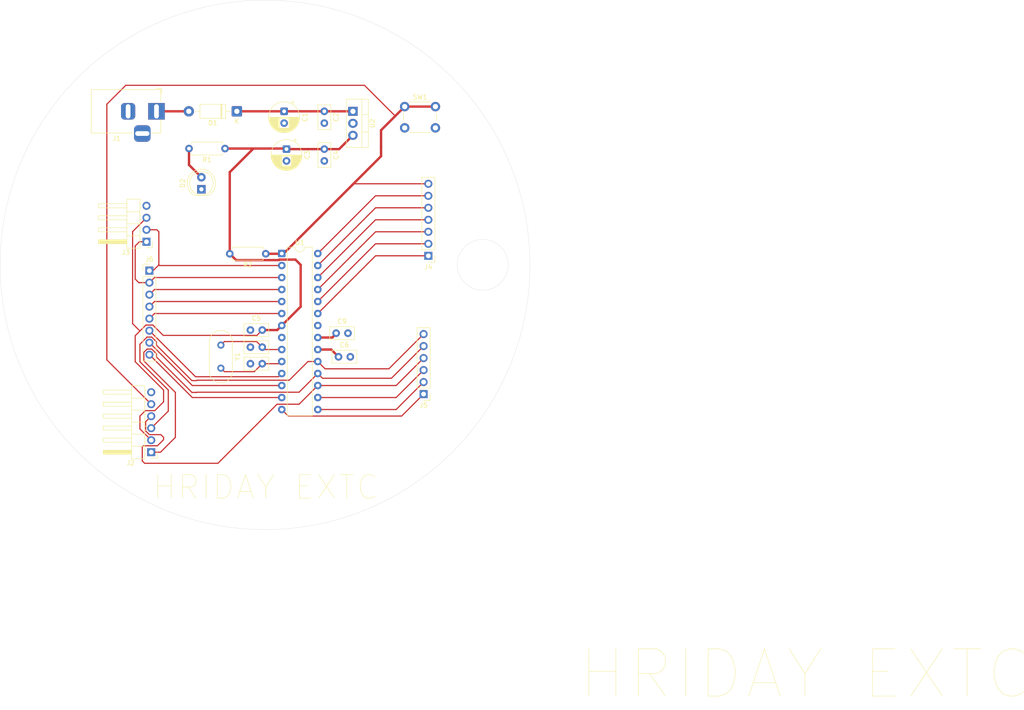
<source format=kicad_pcb>
(kicad_pcb (version 20241229) (generator "pcbnew") (generator_version "9.0")
  (layers (0 "F.Cu" signal) (2 "B.Cu" signal) (13 "F.Paste" user) (15 "B.Paste" user) (5 "F.SilkS" user "F.Silkscreen") (7 "B.SilkS" user "B.Silkscreen") (1 "F.Mask" user) (3 "B.Mask" user) (25 "Edge.Cuts" user))
  (net 0 "")
  (net 1 "Net-(D1-K)")
  (net 2 "GND")
  (net 3 "+5V")
  (net 4 "XTAL1")
  (net 5 "XTAL2")
  (net 6 "Net-(U1-AREF)")
  (net 7 "VIN")
  (net 8 "Net-(D2-A)")
  (net 9 "RESET")
  (net 10 "MISO")
  (net 11 "SCK")
  (net 12 "MOSI")
  (net 13 "TX")
  (net 14 "RX")
  (net 15 "ADC2")
  (net 16 "ADC1")
  (net 17 "SDA")
  (net 18 "SCL")
  (net 19 "ADC0")
  (net 20 "ADC3")
  (net 21 "PIN PB0")
  (net 22 "PIN PB1")
  (net 23 "PIN PB2")
  (net 24 "T0")
  (net 25 "PWM1")
  (net 26 "PWM2")
  (net 27 "INT0")
  (net 28 "PIN PD7")
  (net 29 "PWM0")
  (footprint "Connector_PinHeader_2.54mm:PinHeader_1x06_P2.54mm_Vertical" (layer "F.Cu") (at 147 114.35 180)
    (property "Reference" "J5" (at 0 -2.38 0) (layer "F.SilkS"))
    (property "Value" "PORT B")
    (pad "1" thru_hole rect (at 0 0 180) (size 1.7 1.7) (drill 1) (layers "*.Cu" "*.Mask") (net 21 "PIN PB0"))
    (pad "2" thru_hole circle (at 0 2.54 180) (size 1.7 1.7) (drill 1) (layers "*.Cu" "*.Mask") (net 22 "PIN PB1"))
    (pad "3" thru_hole circle (at 0 5.08 180) (size 1.7 1.7) (drill 1) (layers "*.Cu" "*.Mask") (net 23 "PIN PB2"))
    (pad "4" thru_hole circle (at 0 7.62 180) (size 1.7 1.7) (drill 1) (layers "*.Cu" "*.Mask") (net 12 "MOSI"))
    (pad "5" thru_hole circle (at 0 10.16 180) (size 1.7 1.7) (drill 1) (layers "*.Cu" "*.Mask") (net 10 "MISO"))
    (pad "6" thru_hole circle (at 0 12.7 180) (size 1.7 1.7) (drill 1) (layers "*.Cu" "*.Mask") (net 11 "SCK"))
  )
  (footprint "Capacitor_THT:CP_Radial_D6.3mm_P2.50mm" (layer "F.Cu") (at 118 62.5 -90)
    (property "Reference" "C3" (at 1.25 -4.4 90) (layer "F.SilkS"))
    (property "Value" "10uF")
    (pad "1" thru_hole roundrect (at 0 0 270) (size 1.6 1.6) (drill 0.8) (layers "*.Cu" "*.Mask") (roundrect_rratio 0.15625) (net 3 "+5V"))
    (pad "2" thru_hole circle (at 2.5 0 270) (size 1.6 1.6) (drill 0.8) (layers "*.Cu" "*.Mask") (net 2 "GND"))
  )
  (footprint "Connector_PinHeader_2.54mm:PinHeader_1x08_P2.54mm_Vertical" (layer "F.Cu") (at 89 88.22)
    (property "Reference" "J6" (at 0 -2.38 0) (layer "F.SilkS"))
    (property "Value" "PORT D")
    (pad "1" thru_hole rect (at 0 0) (size 1.7 1.7) (drill 1) (layers "*.Cu" "*.Mask") (net 14 "RX"))
    (pad "2" thru_hole circle (at 0 2.54) (size 1.7 1.7) (drill 1) (layers "*.Cu" "*.Mask") (net 13 "TX"))
    (pad "3" thru_hole circle (at 0 5.08) (size 1.7 1.7) (drill 1) (layers "*.Cu" "*.Mask") (net 27 "INT0"))
    (pad "4" thru_hole circle (at 0 7.62) (size 1.7 1.7) (drill 1) (layers "*.Cu" "*.Mask") (net 29 "PWM0"))
    (pad "5" thru_hole circle (at 0 10.16) (size 1.7 1.7) (drill 1) (layers "*.Cu" "*.Mask") (net 24 "T0"))
    (pad "6" thru_hole circle (at 0 12.7) (size 1.7 1.7) (drill 1) (layers "*.Cu" "*.Mask") (net 25 "PWM1"))
    (pad "7" thru_hole circle (at 0 15.24) (size 1.7 1.7) (drill 1) (layers "*.Cu" "*.Mask") (net 26 "PWM2"))
    (pad "8" thru_hole circle (at 0 17.78) (size 1.7 1.7) (drill 1) (layers "*.Cu" "*.Mask") (net 28 "PIN PD7"))
  )
  (footprint "Diode_THT:D_DO-41_SOD81_P10.16mm_Horizontal" (layer "F.Cu") (at 107.5 54.5 180)
    (property "Reference" "D1" (at 5.08 -2.47 0) (layer "F.SilkS"))
    (property "Value" "1N4007")
    (fp_text user "K" (at 0 -2.1 0) (layer "F.SilkS"))
    (pad "1" thru_hole roundrect (at 0 0 180) (size 2.2 2.2) (drill 1.1) (layers "*.Cu" "*.Mask") (roundrect_rratio 0.113636) (net 1 "Net-(D1-K)"))
    (pad "2" thru_hole circle (at 10.16 0 180) (size 2.2 2.2) (drill 1.1) (layers "*.Cu" "*.Mask") (net 7 "VIN"))
  )
  (footprint "Connector_PinHeader_2.54mm:PinHeader_1x06_P2.54mm_Horizontal" (layer "F.Cu") (at 89.385 126.65 180)
    (property "Reference" "J2" (at 4.385 -2.27 0) (layer "F.SilkS"))
    (property "Value" "AVR-ISP-6")
    (pad "1" thru_hole rect (at 0 0 180) (size 1.7 1.7) (drill 1) (layers "*.Cu" "*.Mask") (net 10 "MISO"))
    (pad "2" thru_hole circle (at 0 2.54 180) (size 1.7 1.7) (drill 1) (layers "*.Cu" "*.Mask") (net 3 "+5V"))
    (pad "3" thru_hole circle (at 0 5.08 180) (size 1.7 1.7) (drill 1) (layers "*.Cu" "*.Mask") (net 11 "SCK"))
    (pad "4" thru_hole circle (at 0 7.62 180) (size 1.7 1.7) (drill 1) (layers "*.Cu" "*.Mask") (net 12 "MOSI"))
    (pad "5" thru_hole circle (at 0 10.16 180) (size 1.7 1.7) (drill 1) (layers "*.Cu" "*.Mask") (net 9 "RESET"))
    (pad "6" thru_hole circle (at 0 12.7 180) (size 1.7 1.7) (drill 1) (layers "*.Cu" "*.Mask") (net 2 "GND"))
  )
  (footprint "Capacitor_THT:C_Disc_D5.0mm_W2.5mm_P2.50mm" (layer "F.Cu") (at 110.37 100.8)
    (property "Reference" "C5" (at 1.25 -2.5 0) (layer "F.SilkS"))
    (property "Value" "100nF")
    (pad "1" thru_hole circle (at 0 0) (size 1.6 1.6) (drill 0.8) (layers "*.Cu" "*.Mask") (net 2 "GND"))
    (pad "2" thru_hole circle (at 2.5 0) (size 1.6 1.6) (drill 0.8) (layers "*.Cu" "*.Mask") (net 3 "+5V"))
  )
  (footprint "Connector_PinHeader_2.54mm:PinHeader_1x07_P2.54mm_Vertical" (layer "F.Cu") (at 148 85.08 180)
    (property "Reference" "J4" (at 0 -2.38 0) (layer "F.SilkS"))
    (property "Value" "PORT C")
    (pad "1" thru_hole rect (at 0 0 180) (size 1.7 1.7) (drill 1) (layers "*.Cu" "*.Mask") (net 19 "ADC0"))
    (pad "2" thru_hole circle (at 0 2.54 180) (size 1.7 1.7) (drill 1) (layers "*.Cu" "*.Mask") (net 16 "ADC1"))
    (pad "3" thru_hole circle (at 0 5.08 180) (size 1.7 1.7) (drill 1) (layers "*.Cu" "*.Mask") (net 15 "ADC2"))
    (pad "4" thru_hole circle (at 0 7.62 180) (size 1.7 1.7) (drill 1) (layers "*.Cu" "*.Mask") (net 20 "ADC3"))
    (pad "5" thru_hole circle (at 0 10.16 180) (size 1.7 1.7) (drill 1) (layers "*.Cu" "*.Mask") (net 17 "SDA"))
    (pad "6" thru_hole circle (at 0 12.7 180) (size 1.7 1.7) (drill 1) (layers "*.Cu" "*.Mask") (net 18 "SCL"))
    (pad "7" thru_hole circle (at 0 15.24 180) (size 1.7 1.7) (drill 1) (layers "*.Cu" "*.Mask") (net 9 "RESET"))
  )
  (footprint "Crystal:Crystal_HC49-U_Vertical" (layer "F.Cu") (at 104.12 103.98 -90)
    (property "Reference" "Y1" (at 2.44 -3.52 90) (layer "F.SilkS"))
    (property "Value" "Crystal")
    (pad "1" thru_hole circle (at 0 0 270) (size 1.5 1.5) (drill 0.8) (layers "*.Cu" "*.Mask") (net 4 "XTAL1"))
    (pad "2" thru_hole circle (at 4.88 0 270) (size 1.5 1.5) (drill 0.8) (layers "*.Cu" "*.Mask") (net 5 "XTAL2"))
  )
  (footprint "Connector_BarrelJack:BarrelJack_Horizontal" (layer "F.Cu") (at 90.5 54.5)
    (property "Reference" "J1" (at -8.45 5.75 0) (layer "F.SilkS"))
    (property "Value" "Barrel_Jack")
    (pad "1" thru_hole rect (at 0 0) (size 3.5 3.5) (drill oval 1 3) (layers "*.Cu" "*.Mask") (net 7 "VIN"))
    (pad "2" thru_hole roundrect (at -6 0) (size 3 3.5) (drill oval 1 3) (layers "*.Cu" "*.Mask") (net 2 "GND"))
    (pad "3" thru_hole roundrect (at -3 4.7) (size 3.5 3.5) (drill oval 3 1) (layers "*.Cu" "*.Mask"))
  )
  (footprint "Package_DIP:DIP-28_W7.62mm" (layer "F.Cu") (at 117 84.6)
    (property "Reference" "U1" (at 3.81 -2.33 0) (layer "F.SilkS"))
    (property "Value" "ATmega328-P")
    (pad "1" thru_hole roundrect (at 0 0) (size 1.6 1.6) (drill 0.8) (layers "*.Cu" "*.Mask") (roundrect_rratio 0.15625) (net 9 "RESET"))
    (pad "2" thru_hole circle (at 0 2.54) (size 1.6 1.6) (drill 0.8) (layers "*.Cu" "*.Mask") (net 14 "RX"))
    (pad "3" thru_hole circle (at 0 5.08) (size 1.6 1.6) (drill 0.8) (layers "*.Cu" "*.Mask") (net 13 "TX"))
    (pad "4" thru_hole circle (at 0 7.62) (size 1.6 1.6) (drill 0.8) (layers "*.Cu" "*.Mask") (net 27 "INT0"))
    (pad "5" thru_hole circle (at 0 10.16) (size 1.6 1.6) (drill 0.8) (layers "*.Cu" "*.Mask") (net 29 "PWM0"))
    (pad "6" thru_hole circle (at 0 12.7) (size 1.6 1.6) (drill 0.8) (layers "*.Cu" "*.Mask") (net 24 "T0"))
    (pad "7" thru_hole circle (at 0 15.24) (size 1.6 1.6) (drill 0.8) (layers "*.Cu" "*.Mask") (net 3 "+5V"))
    (pad "8" thru_hole circle (at 0 17.78) (size 1.6 1.6) (drill 0.8) (layers "*.Cu" "*.Mask") (net 2 "GND"))
    (pad "9" thru_hole circle (at 0 20.32) (size 1.6 1.6) (drill 0.8) (layers "*.Cu" "*.Mask") (net 4 "XTAL1"))
    (pad "10" thru_hole circle (at 0 22.86) (size 1.6 1.6) (drill 0.8) (layers "*.Cu" "*.Mask") (net 5 "XTAL2"))
    (pad "11" thru_hole circle (at 0 25.4) (size 1.6 1.6) (drill 0.8) (layers "*.Cu" "*.Mask") (net 25 "PWM1"))
    (pad "12" thru_hole circle (at 0 27.94) (size 1.6 1.6) (drill 0.8) (layers "*.Cu" "*.Mask") (net 26 "PWM2"))
    (pad "13" thru_hole circle (at 0 30.48) (size 1.6 1.6) (drill 0.8) (layers "*.Cu" "*.Mask") (net 28 "PIN PD7"))
    (pad "14" thru_hole circle (at 0 33.02) (size 1.6 1.6) (drill 0.8) (layers "*.Cu" "*.Mask") (net 21 "PIN PB0"))
    (pad "15" thru_hole circle (at 7.62 33.02) (size 1.6 1.6) (drill 0.8) (layers "*.Cu" "*.Mask") (net 22 "PIN PB1"))
    (pad "16" thru_hole circle (at 7.62 30.48) (size 1.6 1.6) (drill 0.8) (layers "*.Cu" "*.Mask") (net 23 "PIN PB2"))
    (pad "17" thru_hole circle (at 7.62 27.94) (size 1.6 1.6) (drill 0.8) (layers "*.Cu" "*.Mask") (net 12 "MOSI"))
    (pad "18" thru_hole circle (at 7.62 25.4) (size 1.6 1.6) (drill 0.8) (layers "*.Cu" "*.Mask") (net 10 "MISO"))
    (pad "19" thru_hole circle (at 7.62 22.86) (size 1.6 1.6) (drill 0.8) (layers "*.Cu" "*.Mask") (net 11 "SCK"))
    (pad "20" thru_hole circle (at 7.62 20.32) (size 1.6 1.6) (drill 0.8) (layers "*.Cu" "*.Mask") (net 3 "+5V"))
    (pad "21" thru_hole circle (at 7.62 17.78) (size 1.6 1.6) (drill 0.8) (layers "*.Cu" "*.Mask") (net 6 "Net-(U1-AREF)"))
    (pad "22" thru_hole circle (at 7.62 15.24) (size 1.6 1.6) (drill 0.8) (layers "*.Cu" "*.Mask") (net 2 "GND"))
    (pad "23" thru_hole circle (at 7.62 12.7) (size 1.6 1.6) (drill 0.8) (layers "*.Cu" "*.Mask") (net 19 "ADC0"))
    (pad "24" thru_hole circle (at 7.62 10.16) (size 1.6 1.6) (drill 0.8) (layers "*.Cu" "*.Mask") (net 16 "ADC1"))
    (pad "25" thru_hole circle (at 7.62 7.62) (size 1.6 1.6) (drill 0.8) (layers "*.Cu" "*.Mask") (net 15 "ADC2"))
    (pad "26" thru_hole circle (at 7.62 5.08) (size 1.6 1.6) (drill 0.8) (layers "*.Cu" "*.Mask") (net 20 "ADC3"))
    (pad "27" thru_hole circle (at 7.62 2.54) (size 1.6 1.6) (drill 0.8) (layers "*.Cu" "*.Mask") (net 17 "SDA"))
    (pad "28" thru_hole circle (at 7.62 0) (size 1.6 1.6) (drill 0.8) (layers "*.Cu" "*.Mask") (net 18 "SCL"))
  )
  (footprint "Connector_PinHeader_2.54mm:PinHeader_1x04_P2.54mm_Horizontal" (layer "F.Cu") (at 88.385 82.11 180)
    (property "Reference" "J3" (at 4.385 -2.27 0) (layer "F.SilkS"))
    (property "Value" "UART" (hide yes))
    (pad "1" thru_hole rect (at 0 0 180) (size 1.7 1.7) (drill 1) (layers "*.Cu" "*.Mask") (net 13 "TX"))
    (pad "2" thru_hole circle (at 0 2.54 180) (size 1.7 1.7) (drill 1) (layers "*.Cu" "*.Mask") (net 14 "RX"))
    (pad "3" thru_hole circle (at 0 5.08 180) (size 1.7 1.7) (drill 1) (layers "*.Cu" "*.Mask") (net 3 "+5V"))
    (pad "4" thru_hole circle (at 0 7.62 180) (size 1.7 1.7) (drill 1) (layers "*.Cu" "*.Mask") (net 2 "GND"))
  )
  (footprint "Capacitor_THT:C_Disc_D5.0mm_W2.5mm_P2.50mm" (layer "F.Cu") (at 129 106.46)
    (property "Reference" "C6" (at 1.25 -2.5 0) (layer "F.SilkS"))
    (property "Value" "100nF")
    (pad "1" thru_hole circle (at 0 0) (size 1.6 1.6) (drill 0.8) (layers "*.Cu" "*.Mask") (net 3 "+5V"))
    (pad "2" thru_hole circle (at 2.5 0) (size 1.6 1.6) (drill 0.8) (layers "*.Cu" "*.Mask") (net 2 "GND"))
  )
  (footprint "Resistor_THT:R_Axial_DIN0207_L6.3mm_D2.5mm_P7.62mm_Horizontal" (layer "F.Cu") (at 105 62.38 180)
    (property "Reference" "R1" (at 3.81 -2.37 0) (layer "F.SilkS"))
    (property "Value" "470")
    (pad "1" thru_hole circle (at 0 0 180) (size 1.6 1.6) (drill 0.8) (layers "*.Cu" "*.Mask") (net 3 "+5V"))
    (pad "2" thru_hole circle (at 7.62 0 180) (size 1.6 1.6) (drill 0.8) (layers "*.Cu" "*.Mask") (net 8 "Net-(D2-A)"))
  )
  (footprint "Package_TO_SOT_THT:TO-220-3_Vertical" (layer "F.Cu") (at 132.05 54.5 -90)
    (property "Reference" "U2" (at 2.54 -4.1 90) (layer "F.SilkS"))
    (property "Value" "LM7805_TO220")
    (pad "1" thru_hole rect (at 0 0 270) (size 1.905 2) (drill 1.1) (layers "*.Cu" "*.Mask") (net 1 "Net-(D1-K)"))
    (pad "2" thru_hole oval (at 2.54 0 270) (size 1.905 2) (drill 1.1) (layers "*.Cu" "*.Mask") (net 2 "GND"))
    (pad "3" thru_hole oval (at 5.08 0 270) (size 1.905 2) (drill 1.1) (layers "*.Cu" "*.Mask") (net 3 "+5V"))
  )
  (footprint "Button_Switch_THT:SW_PUSH_6mm" (layer "F.Cu") (at 143 53.5)
    (property "Reference" "SW1" (at 3.25 -2 0) (layer "F.SilkS"))
    (property "Value" "SW_Push")
    (pad "1" thru_hole circle (at 0 0 90) (size 2 2) (drill 1.1) (layers "*.Cu" "*.Mask") (net 9 "RESET"))
    (pad "1" thru_hole circle (at 6.5 0 90) (size 2 2) (drill 1.1) (layers "*.Cu" "*.Mask") (net 9 "RESET"))
    (pad "2" thru_hole circle (at 0 4.5 90) (size 2 2) (drill 1.1) (layers "*.Cu" "*.Mask") (net 2 "GND"))
    (pad "2" thru_hole circle (at 6.5 4.5 90) (size 2 2) (drill 1.1) (layers "*.Cu" "*.Mask") (net 2 "GND"))
  )
  (footprint "Capacitor_THT:C_Disc_D5.0mm_W2.5mm_P2.50mm" (layer "F.Cu") (at 112.87 104.42 180)
    (property "Reference" "C7" (hide yes))
    (property "Value" "100nF")
    (pad "1" thru_hole circle (at 0 0 180) (size 1.6 1.6) (drill 0.8) (layers "*.Cu" "*.Mask") (net 4 "XTAL1"))
    (pad "2" thru_hole circle (at 2.5 0 180) (size 1.6 1.6) (drill 0.8) (layers "*.Cu" "*.Mask") (net 2 "GND"))
  )
  (footprint "Resistor_THT:R_Axial_DIN0207_L6.3mm_D2.5mm_P7.62mm_Horizontal" (layer "F.Cu") (at 113.62 84.65 180)
    (property "Reference" "R2" (at 3.81 -2.37 0) (layer "F.SilkS"))
    (property "Value" "10k")
    (pad "1" thru_hole circle (at 0 0 180) (size 1.6 1.6) (drill 0.8) (layers "*.Cu" "*.Mask") (net 9 "RESET"))
    (pad "2" thru_hole circle (at 7.62 0 180) (size 1.6 1.6) (drill 0.8) (layers "*.Cu" "*.Mask") (net 3 "+5V"))
  )
  (footprint "Capacitor_THT:C_Disc_D5.0mm_W2.5mm_P2.50mm" (layer "F.Cu") (at 112.87 107.92 180)
    (property "Reference" "C8" (hide yes))
    (property "Value" "100nF")
    (pad "1" thru_hole circle (at 0 0 180) (size 1.6 1.6) (drill 0.8) (layers "*.Cu" "*.Mask") (net 5 "XTAL2"))
    (pad "2" thru_hole circle (at 2.5 0 180) (size 1.6 1.6) (drill 0.8) (layers "*.Cu" "*.Mask") (net 2 "GND"))
  )
  (footprint "LED_THT:LED_D5.0mm" (layer "F.Cu") (at 100 71 90)
    (property "Reference" "D2" (at 1.27 -3.96 90) (layer "F.SilkS"))
    (property "Value" "LED")
    (pad "1" thru_hole rect (at 0 0 90) (size 1.8 1.8) (drill 0.9) (layers "*.Cu" "*.Mask") (net 2 "GND"))
    (pad "2" thru_hole circle (at 2.54 0 90) (size 1.8 1.8) (drill 0.9) (layers "*.Cu" "*.Mask") (net 8 "Net-(D2-A)"))
  )
  (footprint "Capacitor_THT:CP_Radial_D6.3mm_P2.50mm" (layer "F.Cu") (at 117.5 54.5 -90)
    (property "Reference" "C1" (at 1.25 -4.4 90) (layer "F.SilkS"))
    (property "Value" "10uF")
    (pad "1" thru_hole roundrect (at 0 0 270) (size 1.6 1.6) (drill 0.8) (layers "*.Cu" "*.Mask") (roundrect_rratio 0.15625) (net 1 "Net-(D1-K)"))
    (pad "2" thru_hole circle (at 2.5 0 270) (size 1.6 1.6) (drill 0.8) (layers "*.Cu" "*.Mask") (net 2 "GND"))
  )
  (footprint "Capacitor_THT:C_Disc_D5.0mm_W2.5mm_P2.50mm" (layer "F.Cu") (at 126 54.5 -90)
    (property "Reference" "C2" (at 1.25 -2.5 90) (layer "F.SilkS"))
    (property "Value" "100nF")
    (pad "1" thru_hole circle (at 0 0 270) (size 1.6 1.6) (drill 0.8) (layers "*.Cu" "*.Mask") (net 1 "Net-(D1-K)"))
    (pad "2" thru_hole circle (at 2.5 0 270) (size 1.6 1.6) (drill 0.8) (layers "*.Cu" "*.Mask") (net 2 "GND"))
  )
  (footprint "Capacitor_THT:C_Disc_D5.0mm_W2.5mm_P2.50mm" (layer "F.Cu") (at 128.5 101.46)
    (property "Reference" "C9" (at 1.25 -2.5 0) (layer "F.SilkS"))
    (property "Value" "100nF")
    (pad "1" thru_hole circle (at 0 0) (size 1.6 1.6) (drill 0.8) (layers "*.Cu" "*.Mask") (net 6 "Net-(U1-AREF)"))
    (pad "2" thru_hole circle (at 2.5 0) (size 1.6 1.6) (drill 0.8) (layers "*.Cu" "*.Mask") (net 2 "GND"))
  )
  (footprint "Capacitor_THT:C_Disc_D5.0mm_W2.5mm_P2.50mm" (layer "F.Cu") (at 126 62.5 -90)
    (property "Reference" "C4" (at 1.25 -2.5 90) (layer "F.SilkS"))
    (property "Value" "100nF")
    (pad "1" thru_hole circle (at 0 0 270) (size 1.6 1.6) (drill 0.8) (layers "*.Cu" "*.Mask") (net 3 "+5V"))
    (pad "2" thru_hole circle (at 2.5 0 270) (size 1.6 1.6) (drill 0.8) (layers "*.Cu" "*.Mask") (net 2 "GND"))
  )
  (gr_circle (center 113.464297 87) (end 159.464297 119) (stroke (width 0.05)) (fill no) (layer "Edge.Cuts"))
  (gr_circle (center 159.5 87) (end 164.5 89) (stroke (width 0.05)) (fill no) (layer "Edge.Cuts"))
  (gr_text "HRIDAY EXTC" (at 89.5 137 0) (layer "F.SilkS") (effects (font (size 5 5) (thickness 0.1)) (justify left bottom)))
  (gr_text "HRIDAY EXTC" (at 179.5 179.5 0) (layer "F.SilkS") (effects (font (size 10 10) (thickness 0.1)) (justify left bottom)))
  (segment (start 107.5 54.5) (end 117.5 54.5) (width 0.5) (layer "F.Cu") (net 1))
  (segment (start 126 54.5) (end 132.05 54.5) (width 0.5) (layer "F.Cu") (net 1))
  (segment (start 117.5 54.5) (end 126 54.5) (width 0.5) (layer "F.Cu") (net 1))
  (segment (start 121 95.84) (end 121 87) (width 0.5) (layer "F.Cu") (net 3))
  (segment (start 118 62.5) (end 117.5 62.5) (width 0.5) (layer "F.Cu") (net 3))
  (segment (start 86 102) (end 86 107.5) (width 0.25) (layer "F.Cu") (net 3))
  (segment (start 116.04 100.8) (end 117 99.84) (width 0.5) (layer "F.Cu") (net 3))
  (segment (start 121 87) (end 119.889 85.889) (width 0.5) (layer "F.Cu") (net 3))
  (segment (start 111 62.38) (end 105 62.38) (width 0.5) (layer "F.Cu") (net 3))
  (segment (start 117 99.84) (end 121 95.84) (width 0.5) (layer "F.Cu") (net 3))
  (segment (start 87 121.725) (end 89.385 124.11) (width 0.25) (layer "F.Cu") (net 3))
  (segment (start 92 113.5) (end 92 116) (width 0.25) (layer "F.Cu") (net 3))
  (segment (start 85.451 79.964) (end 85.451 99.451) (width 0.25) (layer "F.Cu") (net 3))
  (segment (start 85.451 99.451) (end 87 101) (width 0.25) (layer "F.Cu") (net 3))
  (segment (start 88.385 77.03) (end 85.451 79.964) (width 0.25) (layer "F.Cu") (net 3))
  (segment (start 87 101) (end 86 102) (width 0.25) (layer "F.Cu") (net 3))
  (segment (start 106 67.38) (end 111 62.38) (width 0.5) (layer "F.Cu") (net 3))
  (segment (start 111.744 101.926) (end 91.926 101.926) (width 0.25) (layer "F.Cu") (net 3))
  (segment (start 89.744 99.744) (end 88.256 99.744) (width 0.25) (layer "F.Cu") (net 3))
  (segment (start 90.146 117.854) (end 88.146 117.854) (width 0.25) (layer "F.Cu") (net 3))
  (segment (start 116.481818 85.889) (end 116.370818 86) (width 0.5) (layer "F.Cu") (net 3))
  (segment (start 86 107.5) (end 92 113.5) (width 0.25) (layer "F.Cu") (net 3))
  (segment (start 106 67.38) (end 106 84.65) (width 0.5) (layer "F.Cu") (net 3))
  (segment (start 124.62 104.92) (end 127.46 104.92) (width 0.5) (layer "F.Cu") (net 3))
  (segment (start 91.926 101.926) (end 89.744 99.744) (width 0.25) (layer "F.Cu") (net 3))
  (segment (start 127.46 104.92) (end 129 106.46) (width 0.5) (layer "F.Cu") (net 3))
  (segment (start 119.889 85.889) (end 116.481818 85.889) (width 0.5) (layer "F.Cu") (net 3))
  (segment (start 112.87 100.8) (end 116.04 100.8) (width 0.5) (layer "F.Cu") (net 3))
  (segment (start 107.35 86) (end 106 84.65) (width 0.5) (layer "F.Cu") (net 3))
  (segment (start 129.13 62.5) (end 132.05 59.58) (width 0.5) (layer "F.Cu") (net 3))
  (segment (start 88.146 117.854) (end 87 119) (width 0.25) (layer "F.Cu") (net 3))
  (segment (start 116.370818 86) (end 107.35 86) (width 0.5) (layer "F.Cu") (net 3))
  (segment (start 117.38 62.38) (end 111 62.38) (width 0.5) (layer "F.Cu") (net 3))
  (segment (start 92 116) (end 90.146 117.854) (width 0.25) (layer "F.Cu") (net 3))
  (segment (start 126 62.5) (end 118 62.5) (width 0.5) (layer "F.Cu") (net 3))
  (segment (start 87 119) (end 87 121.725) (width 0.25) (layer "F.Cu") (net 3))
  (segment (start 117.5 62.5) (end 117.38 62.38) (width 0.5) (layer "F.Cu") (net 3))
  (segment (start 112.87 100.8) (end 111.744 101.926) (width 0.25) (layer "F.Cu") (net 3))
  (segment (start 88.256 99.744) (end 87 101) (width 0.25) (layer "F.Cu") (net 3))
  (segment (start 126 62.5) (end 129.13 62.5) (width 0.5) (layer "F.Cu") (net 3))
  (segment (start 104.87 103.23) (end 111.68 103.23) (width 0.25) (layer "F.Cu") (net 4))
  (segment (start 117 104.92) (end 113.37 104.92) (width 0.25) (layer "F.Cu") (net 4))
  (segment (start 111.68 103.23) (end 112.87 104.42) (width 0.25) (layer "F.Cu") (net 4))
  (segment (start 113.37 104.92) (end 112.87 104.42) (width 0.25) (layer "F.Cu") (net 4))
  (segment (start 104.12 103.98) (end 104.87 103.23) (width 0.25) (layer "F.Cu") (net 4))
  (segment (start 104.87 109.61) (end 111.18 109.61) (width 0.25) (layer "F.Cu") (net 5))
  (segment (start 111.18 109.61) (end 112.87 107.92) (width 0.25) (layer "F.Cu") (net 5))
  (segment (start 116.54 107.92) (end 117 107.46) (width 0.25) (layer "F.Cu") (net 5))
  (segment (start 104.12 108.86) (end 104.87 109.61) (width 0.25) (layer "F.Cu") (net 5))
  (segment (start 112.87 107.92) (end 116.54 107.92) (width 0.25) (layer "F.Cu") (net 5))
  (segment (start 127.7 102.38) (end 128.62 101.46) (width 0.5) (layer "F.Cu") (net 6))
  (segment (start 124.62 102.38) (end 127.7 102.38) (width 0.5) (layer "F.Cu") (net 6))
  (segment (start 90.5 54.5) (end 97.34 54.5) (width 0.5) (layer "F.Cu") (net 7))
  (segment (start 97.38 65.84) (end 100 68.46) (width 0.5) (layer "F.Cu") (net 8))
  (segment (start 97.38 62.38) (end 97.38 65.84) (width 0.5) (layer "F.Cu") (net 8))
  (segment (start 116.95 84.65) (end 117 84.6) (width 0.5) (layer "F.Cu") (net 9))
  (segment (start 113.62 84.65) (end 116.95 84.65) (width 0.5) (layer "F.Cu") (net 9))
  (segment (start 132 70) (end 138 64) (width 0.5) (layer "F.Cu") (net 9))
  (segment (start 89.385 116.49) (end 80 107.105) (width 0.25) (layer "F.Cu") (net 9))
  (segment (start 132.16 69.84) (end 132 70) (width 0.25) (layer "F.Cu") (net 9))
  (segment (start 84 49) (end 134.5 49) (width 0.25) (layer "F.Cu") (net 9))
  (segment (start 117.4 84.6) (end 132 70) (width 0.5) (layer "F.Cu") (net 9))
  (segment (start 134.5 49) (end 141 55.5) (width 0.25) (layer "F.Cu") (net 9))
  (segment (start 143 53.5) (end 149.5 53.5) (width 0.5) (layer "F.Cu") (net 9))
  (segment (start 80 53) (end 84 49) (width 0.25) (layer "F.Cu") (net 9))
  (segment (start 138 58.5) (end 138 62) (width 0.5) (layer "F.Cu") (net 9))
  (segment (start 148 69.84) (end 132.16 69.84) (width 0.25) (layer "F.Cu") (net 9))
  (segment (start 138 62) (end 138 64) (width 0.5) (layer "F.Cu") (net 9))
  (segment (start 141 55.5) (end 138 58.5) (width 0.5) (layer "F.Cu") (net 9))
  (segment (start 143 53.5) (end 141 55.5) (width 0.5) (layer "F.Cu") (net 9))
  (segment (start 80 107.105) (end 80 53) (width 0.25) (layer "F.Cu") (net 9))
  (segment (start 117 84.6) (end 117.4 84.6) (width 0.5) (layer "F.Cu") (net 9))
  (segment (start 125.62 111) (end 124.62 110) (width 0.25) (layer "F.Cu") (net 10))
  (segment (start 90.5 105.836884) (end 90.5 106.5) (width 0.25) (layer "F.Cu") (net 10))
  (segment (start 99.046 113.954) (end 120.666 113.954) (width 0.25) (layer "F.Cu") (net 10))
  (segment (start 140.19 111) (end 125.62 111) (width 0.25) (layer "F.Cu") (net 10))
  (segment (start 88.512884 104.824) (end 89.487116 104.824) (width 0.25) (layer "F.Cu") (net 10))
  (segment (start 89.487116 104.824) (end 90.5 105.836884) (width 0.25) (layer "F.Cu") (net 10))
  (segment (start 94.5 114) (end 87.824 107.324) (width 0.25) (layer "F.Cu") (net 10))
  (segment (start 147 104.19) (end 140.19 111) (width 0.25) (layer "F.Cu") (net 10))
  (segment (start 120.666 113.954) (end 124.62 110) (width 0.25) (layer "F.Cu") (net 10))
  (segment (start 94.5 123.5) (end 94.5 114) (width 0.25) (layer "F.Cu") (net 10))
  (segment (start 98 114) (end 99 114) (width 0.25) (layer "F.Cu") (net 10))
  (segment (start 89.385 126.65) (end 91.35 126.65) (width 0.25) (layer "F.Cu") (net 10))
  (segment (start 91.35 126.65) (end 94.5 123.5) (width 0.25) (layer "F.Cu") (net 10))
  (segment (start 99 114) (end 99.046 113.954) (width 0.25) (layer "F.Cu") (net 10))
  (segment (start 87.824 105.512884) (end 88.512884 104.824) (width 0.25) (layer "F.Cu") (net 10))
  (segment (start 87.824 107.324) (end 87.824 105.512884) (width 0.25) (layer "F.Cu") (net 10))
  (segment (start 90.5 106.5) (end 98 114) (width 0.25) (layer "F.Cu") (net 10))
  (segment (start 89.487116 102.284) (end 90.5 103.296884) (width 0.25) (layer "F.Cu") (net 11))
  (segment (start 89.385 121.57) (end 93 117.955) (width 0.25) (layer "F.Cu") (net 11))
  (segment (start 99.086 111.414) (end 118.586 111.414) (width 0.25) (layer "F.Cu") (net 11))
  (segment (start 93 117.955) (end 93 113.5) (width 0.25) (layer "F.Cu") (net 11))
  (segment (start 99 111.5) (end 99.086 111.414) (width 0.25) (layer "F.Cu") (net 11))
  (segment (start 90.5 104) (end 98 111.5) (width 0.25) (layer "F.Cu") (net 11))
  (segment (start 122.54 107.46) (end 124.62 107.46) (width 0.25) (layer "F.Cu") (net 11))
  (segment (start 98 111.5) (end 99 111.5) (width 0.25) (layer "F.Cu") (net 11))
  (segment (start 90.5 103.296884) (end 90.5 104) (width 0.25) (layer "F.Cu") (net 11))
  (segment (start 118.586 111.414) (end 122.54 107.46) (width 0.25) (layer "F.Cu") (net 11))
  (segment (start 124.62 107.46) (end 126.16 109) (width 0.25) (layer "F.Cu") (net 11))
  (segment (start 87 107.5) (end 87 103.796884) (width 0.25) (layer "F.Cu") (net 11))
  (segment (start 93 113.5) (end 87 107.5) (width 0.25) (layer "F.Cu") (net 11))
  (segment (start 88.512884 102.284) (end 89.487116 102.284) (width 0.25) (layer "F.Cu") (net 11))
  (segment (start 126.16 109) (end 139.65 109) (width 0.25) (layer "F.Cu") (net 11))
  (segment (start 87 103.796884) (end 88.512884 102.284) (width 0.25) (layer "F.Cu") (net 11))
  (segment (start 139.65 109) (end 147 101.65) (width 0.25) (layer "F.Cu") (net 11))
  (segment (start 88.209 122.143) (end 89 122.934) (width 0.25) (layer "F.Cu") (net 12))
  (segment (start 124.62 112.54) (end 141.19 112.54) (width 0.25) (layer "F.Cu") (net 12))
  (segment (start 92 124) (end 90.714 125.286) (width 0.25) (layer "F.Cu") (net 12))
  (segment (start 88.209 120.206) (end 88.209 122.143) (width 0.25) (layer "F.Cu") (net 12))
  (segment (start 89 122.934) (end 91.434 122.934) (width 0.25) (layer "F.Cu") (net 12))
  (segment (start 88 129) (end 103.5 129) (width 0.25) (layer "F.Cu") (net 12))
  (segment (start 120.5 116.5) (end 120.66 116.5) (width 0.25) (layer "F.Cu") (net 12))
  (segment (start 116.006 116.494) (end 120.494 116.494) (width 0.25) (layer "F.Cu") (net 12))
  (segment (start 87.714 125.286) (end 87.5 125.5) (width 0.25) (layer "F.Cu") (net 12))
  (segment (start 91.434 122.934) (end 92 123.5) (width 0.25) (layer "F.Cu") (net 12))
  (segment (start 120.494 116.494) (end 120.5 116.5) (width 0.25) (layer "F.Cu") (net 12))
  (segment (start 103.5 129) (end 116.006 116.494) (width 0.25) (layer "F.Cu") (net 12))
  (segment (start 92 123.5) (end 92 124) (width 0.25) (layer "F.Cu") (net 12))
  (segment (start 89.385 119.03) (end 88.209 120.206) (width 0.25) (layer "F.Cu") (net 12))
  (segment (start 120.66 116.5) (end 124.62 112.54) (width 0.25) (layer "F.Cu") (net 12))
  (segment (start 87.5 125.5) (end 87.5 128.5) (width 0.25) (layer "F.Cu") (net 12))
  (segment (start 141.19 112.54) (end 147 106.73) (width 0.25) (layer "F.Cu") (net 12))
  (segment (start 87.5 128.5) (end 88 129) (width 0.25) (layer "F.Cu") (net 12))
  (segment (start 90.714 125.286) (end 87.714 125.286) (width 0.25) (layer "F.Cu") (net 12))
  (segment (start 117 89.68) (end 90.08 89.68) (width 0.25) (layer "F.Cu") (net 13))
  (segment (start 86.76 90.76) (end 89 90.76) (width 0.25) (layer "F.Cu") (net 13))
  (segment (start 88.385 82.11) (end 87.824 82.671) (width 0.25) (layer "F.Cu") (net 13))
  (segment (start 86 83) (end 86 90) (width 0.25) (layer "F.Cu") (net 13))
  (segment (start 86.89 82.11) (end 86 83) (width 0.25) (layer "F.Cu") (net 13))
  (segment (start 90.08 89.68) (end 89 90.76) (width 0.25) (layer "F.Cu") (net 13))
  (segment (start 86 90) (end 86.76 90.76) (width 0.25) (layer "F.Cu") (net 13))
  (segment (start 88.385 82.11) (end 86.89 82.11) (width 0.25) (layer "F.Cu") (net 13))
  (segment (start 89.561 87.659) (end 89 88.22) (width 0.25) (layer "F.Cu") (net 14))
  (segment (start 90.57 79.57) (end 91 80) (width 0.25) (layer "F.Cu") (net 14))
  (segment (start 89.78 88.22) (end 89 88.22) (width 0.25) (layer "F.Cu") (net 14))
  (segment (start 91.14 87.14) (end 91 87) (width 0.25) (layer "F.Cu") (net 14))
  (segment (start 117 87.14) (end 91.14 87.14) (width 0.25) (layer "F.Cu") (net 14))
  (segment (start 91 87) (end 89.78 88.22) (width 0.25) (layer "F.Cu") (net 14))
  (segment (start 91 80) (end 91 87) (width 0.25) (layer "F.Cu") (net 14))
  (segment (start 88.385 79.57) (end 90.57 79.57) (width 0.25) (layer "F.Cu") (net 14))
  (segment (start 136.84 80) (end 148 80) (width 0.25) (layer "F.Cu") (net 15))
  (segment (start 124.62 92.22) (end 136.84 80) (width 0.25) (layer "F.Cu") (net 15))
  (segment (start 136.84 82.54) (end 136.19 83.19) (width 0.25) (layer "F.Cu") (net 16))
  (segment (start 148 82.54) (end 136.84 82.54) (width 0.25) (layer "F.Cu") (net 16))
  (segment (start 136.19 83.19) (end 124.62 94.76) (width 0.25) (layer "F.Cu") (net 16))
  (segment (start 136.84 74.92) (end 148 74.92) (width 0.25) (layer "F.Cu") (net 17))
  (segment (start 124.62 87.14) (end 136.76 75) (width 0.25) (layer "F.Cu") (net 17))
  (segment (start 136.76 75) (end 136.84 74.92) (width 0.25) (layer "F.Cu") (net 17))
  (segment (start 136.84 72.38) (end 124.62 84.6) (width 0.25) (layer "F.Cu") (net 18))
  (segment (start 148 72.38) (end 136.84 72.38) (width 0.25) (layer "F.Cu") (net 18))
  (segment (start 136.84 85.08) (end 124.62 97.3) (width 0.25) (layer "F.Cu") (net 19))
  (segment (start 148 85.08) (end 136.84 85.08) (width 0.25) (layer "F.Cu") (net 19))
  (segment (start 124.62 89.68) (end 136.84 77.46) (width 0.25) (layer "F.Cu") (net 20))
  (segment (start 148 77.46) (end 137.54 77.46) (width 0.25) (layer "F.Cu") (net 20))
  (segment (start 136.84 77.46) (end 137.54 77.46) (width 0.25) (layer "F.Cu") (net 20))
  (segment (start 142.35 119) (end 142 119) (width 0.25) (layer "F.Cu") (net 21))
  (segment (start 118.38 119) (end 142 119) (width 0.25) (layer "F.Cu") (net 21))
  (segment (start 147 114.35) (end 142.35 119) (width 0.25) (layer "F.Cu") (net 21))
  (segment (start 117 117.62) (end 118.38 119) (width 0.25) (layer "F.Cu") (net 21))
  (segment (start 141.19 117.62) (end 147 111.81) (width 0.25) (layer "F.Cu") (net 22))
  (segment (start 124.62 117.62) (end 141.19 117.62) (width 0.25) (layer "F.Cu") (net 22))
  (segment (start 147 109.27) (end 141.19 115.08) (width 0.25) (layer "F.Cu") (net 23))
  (segment (start 141.19 115.08) (end 124.62 115.08) (width 0.25) (layer "F.Cu") (net 23))
  (segment (start 89 98.38) (end 90.08 97.3) (width 0.25) (layer "F.Cu") (net 24))
  (segment (start 90.08 97.3) (end 117 97.3) (width 0.25) (layer "F.Cu") (net 24))
  (segment (start 98.755 110.675) (end 116.325 110.675) (width 0.25) (layer "F.Cu") (net 25))
  (segment (start 89 100.92) (end 98.755 110.675) (width 0.25) (layer "F.Cu") (net 25))
  (segment (start 116.325 110.675) (end 117 110) (width 0.25) (layer "F.Cu") (net 25))
  (segment (start 98.08 112.54) (end 117 112.54) (width 0.25) (layer "F.Cu") (net 26))
  (segment (start 89 103.46) (end 98.08 112.54) (width 0.25) (layer "F.Cu") (net 26))
  (segment (start 89 93.3) (end 90.08 92.22) (width 0.25) (layer "F.Cu") (net 27))
  (segment (start 90.08 92.22) (end 117 92.22) (width 0.25) (layer "F.Cu") (net 27))
  (segment (start 98.08 115.08) (end 117 115.08) (width 0.25) (layer "F.Cu") (net 28))
  (segment (start 89 106) (end 98.08 115.08) (width 0.25) (layer "F.Cu") (net 28))
  (segment (start 89 95.84) (end 90.08 94.76) (width 0.25) (layer "F.Cu") (net 29))
  (segment (start 90.08 94.76) (end 117 94.76) (width 0.25) (layer "F.Cu") (net 29))
)
</source>
